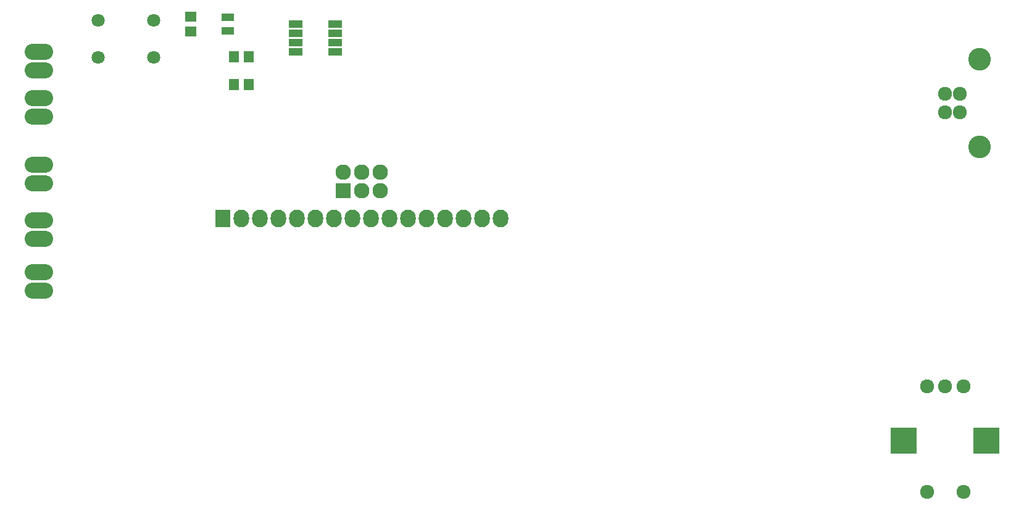
<source format=gbs>
G04 #@! TF.FileFunction,Soldermask,Bot*
%FSLAX46Y46*%
G04 Gerber Fmt 4.6, Leading zero omitted, Abs format (unit mm)*
G04 Created by KiCad (PCBNEW 4.0.1-stable) date Tuesday, March 29, 2016 'AMt' 01:29:57 AM*
%MOMM*%
G01*
G04 APERTURE LIST*
%ADD10C,0.100000*%
%ADD11R,1.400000X1.650000*%
%ADD12R,1.650000X1.400000*%
%ADD13O,3.900120X2.200860*%
%ADD14C,1.924000*%
%ADD15C,3.100020*%
%ADD16R,1.700000X1.100000*%
%ADD17R,3.600000X3.600000*%
%ADD18R,1.950000X1.000000*%
%ADD19O,2.127200X2.432000*%
%ADD20R,2.127200X2.432000*%
%ADD21R,2.127200X2.127200*%
%ADD22O,2.127200X2.127200*%
%ADD23C,1.797000*%
G04 APERTURE END LIST*
D10*
D11*
X108315000Y-65405000D03*
X106315000Y-65405000D03*
X108315000Y-69215000D03*
X106315000Y-69215000D03*
D12*
X100330000Y-61960000D03*
X100330000Y-59960000D03*
D13*
X79502000Y-64770000D03*
X79502000Y-67310000D03*
D14*
X203835000Y-73025000D03*
X203835000Y-70485000D03*
X205833980Y-70485000D03*
X205833980Y-73025000D03*
D15*
X208534000Y-77754480D03*
X208534000Y-65755520D03*
D13*
X79502000Y-94996000D03*
X79502000Y-97536000D03*
X79502000Y-80264000D03*
X79502000Y-82804000D03*
X79502000Y-87884000D03*
X79502000Y-90424000D03*
D16*
X105410000Y-61910000D03*
X105410000Y-60010000D03*
D14*
X206335000Y-110610000D03*
X203835000Y-110610000D03*
X201335000Y-110610000D03*
X201335000Y-125110000D03*
X206335000Y-125110000D03*
D17*
X209535000Y-118110000D03*
X198135000Y-118110000D03*
D13*
X79502000Y-71120000D03*
X79502000Y-73660000D03*
D18*
X114775000Y-64770000D03*
X114775000Y-63500000D03*
X114775000Y-62230000D03*
X114775000Y-60960000D03*
X120175000Y-60960000D03*
X120175000Y-62230000D03*
X120175000Y-63500000D03*
X120175000Y-64770000D03*
D19*
X142875000Y-87630000D03*
X140335000Y-87630000D03*
X137795000Y-87630000D03*
X135255000Y-87630000D03*
X132715000Y-87630000D03*
X130175000Y-87630000D03*
X127635000Y-87630000D03*
X125095000Y-87630000D03*
X122555000Y-87630000D03*
X120015000Y-87630000D03*
X117475000Y-87630000D03*
X114935000Y-87630000D03*
X112395000Y-87630000D03*
X109855000Y-87630000D03*
X107315000Y-87630000D03*
D20*
X104775000Y-87630000D03*
D21*
X121285000Y-83820000D03*
D22*
X121285000Y-81280000D03*
X123825000Y-83820000D03*
X123825000Y-81280000D03*
X126365000Y-83820000D03*
X126365000Y-81280000D03*
D23*
X95250000Y-60452000D03*
X95250000Y-65532000D03*
X87630000Y-60452000D03*
X87630000Y-65532000D03*
M02*

</source>
